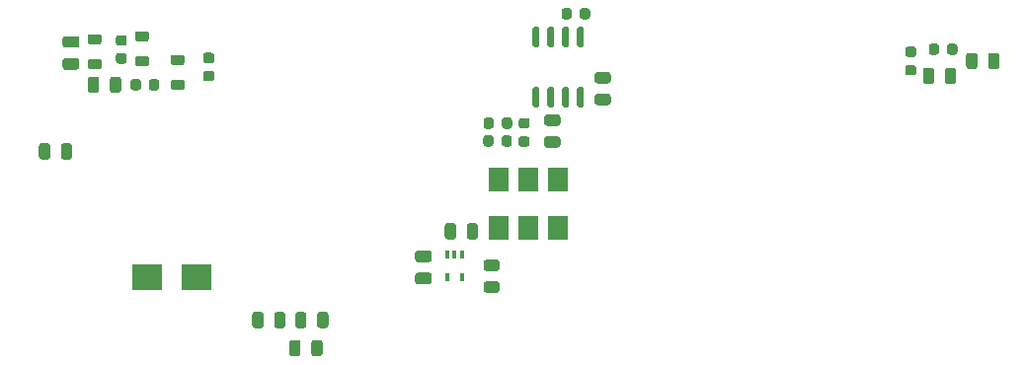
<source format=gtp>
G04 #@! TF.GenerationSoftware,KiCad,Pcbnew,5.1.6-c6e7f7d~87~ubuntu19.10.1*
G04 #@! TF.CreationDate,2021-08-02T21:19:55-04:00*
G04 #@! TF.ProjectId,upconverter,7570636f-6e76-4657-9274-65722e6b6963,rev?*
G04 #@! TF.SameCoordinates,Original*
G04 #@! TF.FileFunction,Paste,Top*
G04 #@! TF.FilePolarity,Positive*
%FSLAX46Y46*%
G04 Gerber Fmt 4.6, Leading zero omitted, Abs format (unit mm)*
G04 Created by KiCad (PCBNEW 5.1.6-c6e7f7d~87~ubuntu19.10.1) date 2021-08-02 21:19:55*
%MOMM*%
%LPD*%
G01*
G04 APERTURE LIST*
%ADD10R,2.500000X2.300000*%
%ADD11R,0.400000X0.650000*%
%ADD12R,1.800000X2.000000*%
G04 APERTURE END LIST*
G36*
G01*
X83660000Y-93464000D02*
X82710000Y-93464000D01*
G75*
G02*
X82460000Y-93214000I0J250000D01*
G01*
X82460000Y-92714000D01*
G75*
G02*
X82710000Y-92464000I250000J0D01*
G01*
X83660000Y-92464000D01*
G75*
G02*
X83910000Y-92714000I0J-250000D01*
G01*
X83910000Y-93214000D01*
G75*
G02*
X83660000Y-93464000I-250000J0D01*
G01*
G37*
G36*
G01*
X83660000Y-95364000D02*
X82710000Y-95364000D01*
G75*
G02*
X82460000Y-95114000I0J250000D01*
G01*
X82460000Y-94614000D01*
G75*
G02*
X82710000Y-94364000I250000J0D01*
G01*
X83660000Y-94364000D01*
G75*
G02*
X83910000Y-94614000I0J-250000D01*
G01*
X83910000Y-95114000D01*
G75*
G02*
X83660000Y-95364000I-250000J0D01*
G01*
G37*
G36*
G01*
X57527000Y-74872000D02*
X57027000Y-74872000D01*
G75*
G02*
X56802000Y-74647000I0J225000D01*
G01*
X56802000Y-74197000D01*
G75*
G02*
X57027000Y-73972000I225000J0D01*
G01*
X57527000Y-73972000D01*
G75*
G02*
X57752000Y-74197000I0J-225000D01*
G01*
X57752000Y-74647000D01*
G75*
G02*
X57527000Y-74872000I-225000J0D01*
G01*
G37*
G36*
G01*
X57527000Y-76422000D02*
X57027000Y-76422000D01*
G75*
G02*
X56802000Y-76197000I0J225000D01*
G01*
X56802000Y-75747000D01*
G75*
G02*
X57027000Y-75522000I225000J0D01*
G01*
X57527000Y-75522000D01*
G75*
G02*
X57752000Y-75747000I0J-225000D01*
G01*
X57752000Y-76197000D01*
G75*
G02*
X57527000Y-76422000I-225000J0D01*
G01*
G37*
G36*
G01*
X54609750Y-76016500D02*
X55372250Y-76016500D01*
G75*
G02*
X55591000Y-76235250I0J-218750D01*
G01*
X55591000Y-76672750D01*
G75*
G02*
X55372250Y-76891500I-218750J0D01*
G01*
X54609750Y-76891500D01*
G75*
G02*
X54391000Y-76672750I0J218750D01*
G01*
X54391000Y-76235250D01*
G75*
G02*
X54609750Y-76016500I218750J0D01*
G01*
G37*
G36*
G01*
X54609750Y-73891500D02*
X55372250Y-73891500D01*
G75*
G02*
X55591000Y-74110250I0J-218750D01*
G01*
X55591000Y-74547750D01*
G75*
G02*
X55372250Y-74766500I-218750J0D01*
G01*
X54609750Y-74766500D01*
G75*
G02*
X54391000Y-74547750I0J218750D01*
G01*
X54391000Y-74110250D01*
G75*
G02*
X54609750Y-73891500I218750J0D01*
G01*
G37*
G36*
G01*
X58673750Y-75762500D02*
X59436250Y-75762500D01*
G75*
G02*
X59655000Y-75981250I0J-218750D01*
G01*
X59655000Y-76418750D01*
G75*
G02*
X59436250Y-76637500I-218750J0D01*
G01*
X58673750Y-76637500D01*
G75*
G02*
X58455000Y-76418750I0J218750D01*
G01*
X58455000Y-75981250D01*
G75*
G02*
X58673750Y-75762500I218750J0D01*
G01*
G37*
G36*
G01*
X58673750Y-73637500D02*
X59436250Y-73637500D01*
G75*
G02*
X59655000Y-73856250I0J-218750D01*
G01*
X59655000Y-74293750D01*
G75*
G02*
X59436250Y-74512500I-218750J0D01*
G01*
X58673750Y-74512500D01*
G75*
G02*
X58455000Y-74293750I0J218750D01*
G01*
X58455000Y-73856250D01*
G75*
G02*
X58673750Y-73637500I218750J0D01*
G01*
G37*
G36*
G01*
X61721750Y-77794500D02*
X62484250Y-77794500D01*
G75*
G02*
X62703000Y-78013250I0J-218750D01*
G01*
X62703000Y-78450750D01*
G75*
G02*
X62484250Y-78669500I-218750J0D01*
G01*
X61721750Y-78669500D01*
G75*
G02*
X61503000Y-78450750I0J218750D01*
G01*
X61503000Y-78013250D01*
G75*
G02*
X61721750Y-77794500I218750J0D01*
G01*
G37*
G36*
G01*
X61721750Y-75669500D02*
X62484250Y-75669500D01*
G75*
G02*
X62703000Y-75888250I0J-218750D01*
G01*
X62703000Y-76325750D01*
G75*
G02*
X62484250Y-76544500I-218750J0D01*
G01*
X61721750Y-76544500D01*
G75*
G02*
X61503000Y-76325750I0J218750D01*
G01*
X61503000Y-75888250D01*
G75*
G02*
X61721750Y-75669500I218750J0D01*
G01*
G37*
G36*
G01*
X52484000Y-75954000D02*
X53434000Y-75954000D01*
G75*
G02*
X53684000Y-76204000I0J-250000D01*
G01*
X53684000Y-76704000D01*
G75*
G02*
X53434000Y-76954000I-250000J0D01*
G01*
X52484000Y-76954000D01*
G75*
G02*
X52234000Y-76704000I0J250000D01*
G01*
X52234000Y-76204000D01*
G75*
G02*
X52484000Y-75954000I250000J0D01*
G01*
G37*
G36*
G01*
X52484000Y-74054000D02*
X53434000Y-74054000D01*
G75*
G02*
X53684000Y-74304000I0J-250000D01*
G01*
X53684000Y-74804000D01*
G75*
G02*
X53434000Y-75054000I-250000J0D01*
G01*
X52484000Y-75054000D01*
G75*
G02*
X52234000Y-74804000I0J250000D01*
G01*
X52234000Y-74304000D01*
G75*
G02*
X52484000Y-74054000I250000J0D01*
G01*
G37*
G36*
G01*
X59621000Y-78482000D02*
X59621000Y-77982000D01*
G75*
G02*
X59846000Y-77757000I225000J0D01*
G01*
X60296000Y-77757000D01*
G75*
G02*
X60521000Y-77982000I0J-225000D01*
G01*
X60521000Y-78482000D01*
G75*
G02*
X60296000Y-78707000I-225000J0D01*
G01*
X59846000Y-78707000D01*
G75*
G02*
X59621000Y-78482000I0J225000D01*
G01*
G37*
G36*
G01*
X58071000Y-78482000D02*
X58071000Y-77982000D01*
G75*
G02*
X58296000Y-77757000I225000J0D01*
G01*
X58746000Y-77757000D01*
G75*
G02*
X58971000Y-77982000I0J-225000D01*
G01*
X58971000Y-78482000D01*
G75*
G02*
X58746000Y-78707000I-225000J0D01*
G01*
X58296000Y-78707000D01*
G75*
G02*
X58071000Y-78482000I0J225000D01*
G01*
G37*
G36*
G01*
X64520000Y-77033000D02*
X65020000Y-77033000D01*
G75*
G02*
X65245000Y-77258000I0J-225000D01*
G01*
X65245000Y-77708000D01*
G75*
G02*
X65020000Y-77933000I-225000J0D01*
G01*
X64520000Y-77933000D01*
G75*
G02*
X64295000Y-77708000I0J225000D01*
G01*
X64295000Y-77258000D01*
G75*
G02*
X64520000Y-77033000I225000J0D01*
G01*
G37*
G36*
G01*
X64520000Y-75483000D02*
X65020000Y-75483000D01*
G75*
G02*
X65245000Y-75708000I0J-225000D01*
G01*
X65245000Y-76158000D01*
G75*
G02*
X65020000Y-76383000I-225000J0D01*
G01*
X64520000Y-76383000D01*
G75*
G02*
X64295000Y-76158000I0J225000D01*
G01*
X64295000Y-75708000D01*
G75*
G02*
X64520000Y-75483000I225000J0D01*
G01*
G37*
G36*
G01*
X68503500Y-98881250D02*
X68503500Y-97968750D01*
G75*
G02*
X68747250Y-97725000I243750J0D01*
G01*
X69234750Y-97725000D01*
G75*
G02*
X69478500Y-97968750I0J-243750D01*
G01*
X69478500Y-98881250D01*
G75*
G02*
X69234750Y-99125000I-243750J0D01*
G01*
X68747250Y-99125000D01*
G75*
G02*
X68503500Y-98881250I0J243750D01*
G01*
G37*
G36*
G01*
X70378500Y-98881250D02*
X70378500Y-97968750D01*
G75*
G02*
X70622250Y-97725000I243750J0D01*
G01*
X71109750Y-97725000D01*
G75*
G02*
X71353500Y-97968750I0J-243750D01*
G01*
X71353500Y-98881250D01*
G75*
G02*
X71109750Y-99125000I-243750J0D01*
G01*
X70622250Y-99125000D01*
G75*
G02*
X70378500Y-98881250I0J243750D01*
G01*
G37*
G36*
G01*
X129717500Y-76656250D02*
X129717500Y-75743750D01*
G75*
G02*
X129961250Y-75500000I243750J0D01*
G01*
X130448750Y-75500000D01*
G75*
G02*
X130692500Y-75743750I0J-243750D01*
G01*
X130692500Y-76656250D01*
G75*
G02*
X130448750Y-76900000I-243750J0D01*
G01*
X129961250Y-76900000D01*
G75*
G02*
X129717500Y-76656250I0J243750D01*
G01*
G37*
G36*
G01*
X131592500Y-76656250D02*
X131592500Y-75743750D01*
G75*
G02*
X131836250Y-75500000I243750J0D01*
G01*
X132323750Y-75500000D01*
G75*
G02*
X132567500Y-75743750I0J-243750D01*
G01*
X132567500Y-76656250D01*
G75*
G02*
X132323750Y-76900000I-243750J0D01*
G01*
X131836250Y-76900000D01*
G75*
G02*
X131592500Y-76656250I0J243750D01*
G01*
G37*
G36*
G01*
X128961500Y-74927750D02*
X128961500Y-75440250D01*
G75*
G02*
X128742750Y-75659000I-218750J0D01*
G01*
X128305250Y-75659000D01*
G75*
G02*
X128086500Y-75440250I0J218750D01*
G01*
X128086500Y-74927750D01*
G75*
G02*
X128305250Y-74709000I218750J0D01*
G01*
X128742750Y-74709000D01*
G75*
G02*
X128961500Y-74927750I0J-218750D01*
G01*
G37*
G36*
G01*
X127386500Y-74927750D02*
X127386500Y-75440250D01*
G75*
G02*
X127167750Y-75659000I-218750J0D01*
G01*
X126730250Y-75659000D01*
G75*
G02*
X126511500Y-75440250I0J218750D01*
G01*
X126511500Y-74927750D01*
G75*
G02*
X126730250Y-74709000I218750J0D01*
G01*
X127167750Y-74709000D01*
G75*
G02*
X127386500Y-74927750I0J-218750D01*
G01*
G37*
G36*
G01*
X73161500Y-97968750D02*
X73161500Y-98881250D01*
G75*
G02*
X72917750Y-99125000I-243750J0D01*
G01*
X72430250Y-99125000D01*
G75*
G02*
X72186500Y-98881250I0J243750D01*
G01*
X72186500Y-97968750D01*
G75*
G02*
X72430250Y-97725000I243750J0D01*
G01*
X72917750Y-97725000D01*
G75*
G02*
X73161500Y-97968750I0J-243750D01*
G01*
G37*
G36*
G01*
X75036500Y-97968750D02*
X75036500Y-98881250D01*
G75*
G02*
X74792750Y-99125000I-243750J0D01*
G01*
X74305250Y-99125000D01*
G75*
G02*
X74061500Y-98881250I0J243750D01*
G01*
X74061500Y-97968750D01*
G75*
G02*
X74305250Y-97725000I243750J0D01*
G01*
X74792750Y-97725000D01*
G75*
G02*
X75036500Y-97968750I0J-243750D01*
G01*
G37*
G36*
G01*
X125224250Y-75850000D02*
X124711750Y-75850000D01*
G75*
G02*
X124493000Y-75631250I0J218750D01*
G01*
X124493000Y-75193750D01*
G75*
G02*
X124711750Y-74975000I218750J0D01*
G01*
X125224250Y-74975000D01*
G75*
G02*
X125443000Y-75193750I0J-218750D01*
G01*
X125443000Y-75631250D01*
G75*
G02*
X125224250Y-75850000I-218750J0D01*
G01*
G37*
G36*
G01*
X125224250Y-77425000D02*
X124711750Y-77425000D01*
G75*
G02*
X124493000Y-77206250I0J218750D01*
G01*
X124493000Y-76768750D01*
G75*
G02*
X124711750Y-76550000I218750J0D01*
G01*
X125224250Y-76550000D01*
G75*
G02*
X125443000Y-76768750I0J-218750D01*
G01*
X125443000Y-77206250D01*
G75*
G02*
X125224250Y-77425000I-218750J0D01*
G01*
G37*
G36*
G01*
X74528500Y-100381750D02*
X74528500Y-101294250D01*
G75*
G02*
X74284750Y-101538000I-243750J0D01*
G01*
X73797250Y-101538000D01*
G75*
G02*
X73553500Y-101294250I0J243750D01*
G01*
X73553500Y-100381750D01*
G75*
G02*
X73797250Y-100138000I243750J0D01*
G01*
X74284750Y-100138000D01*
G75*
G02*
X74528500Y-100381750I0J-243750D01*
G01*
G37*
G36*
G01*
X72653500Y-100381750D02*
X72653500Y-101294250D01*
G75*
G02*
X72409750Y-101538000I-243750J0D01*
G01*
X71922250Y-101538000D01*
G75*
G02*
X71678500Y-101294250I0J243750D01*
G01*
X71678500Y-100381750D01*
G75*
G02*
X71922250Y-100138000I243750J0D01*
G01*
X72409750Y-100138000D01*
G75*
G02*
X72653500Y-100381750I0J-243750D01*
G01*
G37*
G36*
G01*
X85988500Y-90348750D02*
X85988500Y-91261250D01*
G75*
G02*
X85744750Y-91505000I-243750J0D01*
G01*
X85257250Y-91505000D01*
G75*
G02*
X85013500Y-91261250I0J243750D01*
G01*
X85013500Y-90348750D01*
G75*
G02*
X85257250Y-90105000I243750J0D01*
G01*
X85744750Y-90105000D01*
G75*
G02*
X85988500Y-90348750I0J-243750D01*
G01*
G37*
G36*
G01*
X87863500Y-90348750D02*
X87863500Y-91261250D01*
G75*
G02*
X87619750Y-91505000I-243750J0D01*
G01*
X87132250Y-91505000D01*
G75*
G02*
X86888500Y-91261250I0J243750D01*
G01*
X86888500Y-90348750D01*
G75*
G02*
X87132250Y-90105000I243750J0D01*
G01*
X87619750Y-90105000D01*
G75*
G02*
X87863500Y-90348750I0J-243750D01*
G01*
G37*
G36*
G01*
X97465500Y-71879750D02*
X97465500Y-72392250D01*
G75*
G02*
X97246750Y-72611000I-218750J0D01*
G01*
X96809250Y-72611000D01*
G75*
G02*
X96590500Y-72392250I0J218750D01*
G01*
X96590500Y-71879750D01*
G75*
G02*
X96809250Y-71661000I218750J0D01*
G01*
X97246750Y-71661000D01*
G75*
G02*
X97465500Y-71879750I0J-218750D01*
G01*
G37*
G36*
G01*
X95890500Y-71879750D02*
X95890500Y-72392250D01*
G75*
G02*
X95671750Y-72611000I-218750J0D01*
G01*
X95234250Y-72611000D01*
G75*
G02*
X95015500Y-72392250I0J218750D01*
G01*
X95015500Y-71879750D01*
G75*
G02*
X95234250Y-71661000I218750J0D01*
G01*
X95671750Y-71661000D01*
G75*
G02*
X95890500Y-71879750I0J-218750D01*
G01*
G37*
G36*
G01*
X89483250Y-96088500D02*
X88570750Y-96088500D01*
G75*
G02*
X88327000Y-95844750I0J243750D01*
G01*
X88327000Y-95357250D01*
G75*
G02*
X88570750Y-95113500I243750J0D01*
G01*
X89483250Y-95113500D01*
G75*
G02*
X89727000Y-95357250I0J-243750D01*
G01*
X89727000Y-95844750D01*
G75*
G02*
X89483250Y-96088500I-243750J0D01*
G01*
G37*
G36*
G01*
X89483250Y-94213500D02*
X88570750Y-94213500D01*
G75*
G02*
X88327000Y-93969750I0J243750D01*
G01*
X88327000Y-93482250D01*
G75*
G02*
X88570750Y-93238500I243750J0D01*
G01*
X89483250Y-93238500D01*
G75*
G02*
X89727000Y-93482250I0J-243750D01*
G01*
X89727000Y-93969750D01*
G75*
G02*
X89483250Y-94213500I-243750J0D01*
G01*
G37*
G36*
G01*
X55381500Y-77775750D02*
X55381500Y-78688250D01*
G75*
G02*
X55137750Y-78932000I-243750J0D01*
G01*
X54650250Y-78932000D01*
G75*
G02*
X54406500Y-78688250I0J243750D01*
G01*
X54406500Y-77775750D01*
G75*
G02*
X54650250Y-77532000I243750J0D01*
G01*
X55137750Y-77532000D01*
G75*
G02*
X55381500Y-77775750I0J-243750D01*
G01*
G37*
G36*
G01*
X57256500Y-77775750D02*
X57256500Y-78688250D01*
G75*
G02*
X57012750Y-78932000I-243750J0D01*
G01*
X56525250Y-78932000D01*
G75*
G02*
X56281500Y-78688250I0J243750D01*
G01*
X56281500Y-77775750D01*
G75*
G02*
X56525250Y-77532000I243750J0D01*
G01*
X57012750Y-77532000D01*
G75*
G02*
X57256500Y-77775750I0J-243750D01*
G01*
G37*
G36*
G01*
X98095750Y-77139500D02*
X99008250Y-77139500D01*
G75*
G02*
X99252000Y-77383250I0J-243750D01*
G01*
X99252000Y-77870750D01*
G75*
G02*
X99008250Y-78114500I-243750J0D01*
G01*
X98095750Y-78114500D01*
G75*
G02*
X97852000Y-77870750I0J243750D01*
G01*
X97852000Y-77383250D01*
G75*
G02*
X98095750Y-77139500I243750J0D01*
G01*
G37*
G36*
G01*
X98095750Y-79014500D02*
X99008250Y-79014500D01*
G75*
G02*
X99252000Y-79258250I0J-243750D01*
G01*
X99252000Y-79745750D01*
G75*
G02*
X99008250Y-79989500I-243750J0D01*
G01*
X98095750Y-79989500D01*
G75*
G02*
X97852000Y-79745750I0J243750D01*
G01*
X97852000Y-79258250D01*
G75*
G02*
X98095750Y-79014500I243750J0D01*
G01*
G37*
G36*
G01*
X94690250Y-81767500D02*
X93777750Y-81767500D01*
G75*
G02*
X93534000Y-81523750I0J243750D01*
G01*
X93534000Y-81036250D01*
G75*
G02*
X93777750Y-80792500I243750J0D01*
G01*
X94690250Y-80792500D01*
G75*
G02*
X94934000Y-81036250I0J-243750D01*
G01*
X94934000Y-81523750D01*
G75*
G02*
X94690250Y-81767500I-243750J0D01*
G01*
G37*
G36*
G01*
X94690250Y-83642500D02*
X93777750Y-83642500D01*
G75*
G02*
X93534000Y-83398750I0J243750D01*
G01*
X93534000Y-82911250D01*
G75*
G02*
X93777750Y-82667500I243750J0D01*
G01*
X94690250Y-82667500D01*
G75*
G02*
X94934000Y-82911250I0J-243750D01*
G01*
X94934000Y-83398750D01*
G75*
G02*
X94690250Y-83642500I-243750J0D01*
G01*
G37*
D10*
X63754000Y-94742000D03*
X59454000Y-94742000D03*
G36*
G01*
X128854500Y-77013750D02*
X128854500Y-77926250D01*
G75*
G02*
X128610750Y-78170000I-243750J0D01*
G01*
X128123250Y-78170000D01*
G75*
G02*
X127879500Y-77926250I0J243750D01*
G01*
X127879500Y-77013750D01*
G75*
G02*
X128123250Y-76770000I243750J0D01*
G01*
X128610750Y-76770000D01*
G75*
G02*
X128854500Y-77013750I0J-243750D01*
G01*
G37*
G36*
G01*
X126979500Y-77013750D02*
X126979500Y-77926250D01*
G75*
G02*
X126735750Y-78170000I-243750J0D01*
G01*
X126248250Y-78170000D01*
G75*
G02*
X126004500Y-77926250I0J243750D01*
G01*
X126004500Y-77013750D01*
G75*
G02*
X126248250Y-76770000I243750J0D01*
G01*
X126735750Y-76770000D01*
G75*
G02*
X126979500Y-77013750I0J-243750D01*
G01*
G37*
G36*
G01*
X50215500Y-84403250D02*
X50215500Y-83490750D01*
G75*
G02*
X50459250Y-83247000I243750J0D01*
G01*
X50946750Y-83247000D01*
G75*
G02*
X51190500Y-83490750I0J-243750D01*
G01*
X51190500Y-84403250D01*
G75*
G02*
X50946750Y-84647000I-243750J0D01*
G01*
X50459250Y-84647000D01*
G75*
G02*
X50215500Y-84403250I0J243750D01*
G01*
G37*
G36*
G01*
X52090500Y-84403250D02*
X52090500Y-83490750D01*
G75*
G02*
X52334250Y-83247000I243750J0D01*
G01*
X52821750Y-83247000D01*
G75*
G02*
X53065500Y-83490750I0J-243750D01*
G01*
X53065500Y-84403250D01*
G75*
G02*
X52821750Y-84647000I-243750J0D01*
G01*
X52334250Y-84647000D01*
G75*
G02*
X52090500Y-84403250I0J243750D01*
G01*
G37*
G36*
G01*
X88335500Y-81790250D02*
X88335500Y-81277750D01*
G75*
G02*
X88554250Y-81059000I218750J0D01*
G01*
X88991750Y-81059000D01*
G75*
G02*
X89210500Y-81277750I0J-218750D01*
G01*
X89210500Y-81790250D01*
G75*
G02*
X88991750Y-82009000I-218750J0D01*
G01*
X88554250Y-82009000D01*
G75*
G02*
X88335500Y-81790250I0J218750D01*
G01*
G37*
G36*
G01*
X89910500Y-81790250D02*
X89910500Y-81277750D01*
G75*
G02*
X90129250Y-81059000I218750J0D01*
G01*
X90566750Y-81059000D01*
G75*
G02*
X90785500Y-81277750I0J-218750D01*
G01*
X90785500Y-81790250D01*
G75*
G02*
X90566750Y-82009000I-218750J0D01*
G01*
X90129250Y-82009000D01*
G75*
G02*
X89910500Y-81790250I0J218750D01*
G01*
G37*
G36*
G01*
X89185000Y-82801750D02*
X89185000Y-83314250D01*
G75*
G02*
X88966250Y-83533000I-218750J0D01*
G01*
X88528750Y-83533000D01*
G75*
G02*
X88310000Y-83314250I0J218750D01*
G01*
X88310000Y-82801750D01*
G75*
G02*
X88528750Y-82583000I218750J0D01*
G01*
X88966250Y-82583000D01*
G75*
G02*
X89185000Y-82801750I0J-218750D01*
G01*
G37*
G36*
G01*
X90760000Y-82801750D02*
X90760000Y-83314250D01*
G75*
G02*
X90541250Y-83533000I-218750J0D01*
G01*
X90103750Y-83533000D01*
G75*
G02*
X89885000Y-83314250I0J218750D01*
G01*
X89885000Y-82801750D01*
G75*
G02*
X90103750Y-82583000I218750J0D01*
G01*
X90541250Y-82583000D01*
G75*
G02*
X90760000Y-82801750I0J-218750D01*
G01*
G37*
G36*
G01*
X92077250Y-83546500D02*
X91564750Y-83546500D01*
G75*
G02*
X91346000Y-83327750I0J218750D01*
G01*
X91346000Y-82890250D01*
G75*
G02*
X91564750Y-82671500I218750J0D01*
G01*
X92077250Y-82671500D01*
G75*
G02*
X92296000Y-82890250I0J-218750D01*
G01*
X92296000Y-83327750D01*
G75*
G02*
X92077250Y-83546500I-218750J0D01*
G01*
G37*
G36*
G01*
X92077250Y-81971500D02*
X91564750Y-81971500D01*
G75*
G02*
X91346000Y-81752750I0J218750D01*
G01*
X91346000Y-81315250D01*
G75*
G02*
X91564750Y-81096500I218750J0D01*
G01*
X92077250Y-81096500D01*
G75*
G02*
X92296000Y-81315250I0J-218750D01*
G01*
X92296000Y-81752750D01*
G75*
G02*
X92077250Y-81971500I-218750J0D01*
G01*
G37*
D11*
X86487000Y-92837000D03*
X85187000Y-92837000D03*
X85837000Y-92837000D03*
X85187000Y-94737000D03*
X86487000Y-94737000D03*
G36*
G01*
X96497000Y-73258000D02*
X96797000Y-73258000D01*
G75*
G02*
X96947000Y-73408000I0J-150000D01*
G01*
X96947000Y-74858000D01*
G75*
G02*
X96797000Y-75008000I-150000J0D01*
G01*
X96497000Y-75008000D01*
G75*
G02*
X96347000Y-74858000I0J150000D01*
G01*
X96347000Y-73408000D01*
G75*
G02*
X96497000Y-73258000I150000J0D01*
G01*
G37*
G36*
G01*
X95227000Y-73258000D02*
X95527000Y-73258000D01*
G75*
G02*
X95677000Y-73408000I0J-150000D01*
G01*
X95677000Y-74858000D01*
G75*
G02*
X95527000Y-75008000I-150000J0D01*
G01*
X95227000Y-75008000D01*
G75*
G02*
X95077000Y-74858000I0J150000D01*
G01*
X95077000Y-73408000D01*
G75*
G02*
X95227000Y-73258000I150000J0D01*
G01*
G37*
G36*
G01*
X93957000Y-73258000D02*
X94257000Y-73258000D01*
G75*
G02*
X94407000Y-73408000I0J-150000D01*
G01*
X94407000Y-74858000D01*
G75*
G02*
X94257000Y-75008000I-150000J0D01*
G01*
X93957000Y-75008000D01*
G75*
G02*
X93807000Y-74858000I0J150000D01*
G01*
X93807000Y-73408000D01*
G75*
G02*
X93957000Y-73258000I150000J0D01*
G01*
G37*
G36*
G01*
X92687000Y-73258000D02*
X92987000Y-73258000D01*
G75*
G02*
X93137000Y-73408000I0J-150000D01*
G01*
X93137000Y-74858000D01*
G75*
G02*
X92987000Y-75008000I-150000J0D01*
G01*
X92687000Y-75008000D01*
G75*
G02*
X92537000Y-74858000I0J150000D01*
G01*
X92537000Y-73408000D01*
G75*
G02*
X92687000Y-73258000I150000J0D01*
G01*
G37*
G36*
G01*
X92687000Y-78408000D02*
X92987000Y-78408000D01*
G75*
G02*
X93137000Y-78558000I0J-150000D01*
G01*
X93137000Y-80008000D01*
G75*
G02*
X92987000Y-80158000I-150000J0D01*
G01*
X92687000Y-80158000D01*
G75*
G02*
X92537000Y-80008000I0J150000D01*
G01*
X92537000Y-78558000D01*
G75*
G02*
X92687000Y-78408000I150000J0D01*
G01*
G37*
G36*
G01*
X93957000Y-78408000D02*
X94257000Y-78408000D01*
G75*
G02*
X94407000Y-78558000I0J-150000D01*
G01*
X94407000Y-80008000D01*
G75*
G02*
X94257000Y-80158000I-150000J0D01*
G01*
X93957000Y-80158000D01*
G75*
G02*
X93807000Y-80008000I0J150000D01*
G01*
X93807000Y-78558000D01*
G75*
G02*
X93957000Y-78408000I150000J0D01*
G01*
G37*
G36*
G01*
X95227000Y-78408000D02*
X95527000Y-78408000D01*
G75*
G02*
X95677000Y-78558000I0J-150000D01*
G01*
X95677000Y-80008000D01*
G75*
G02*
X95527000Y-80158000I-150000J0D01*
G01*
X95227000Y-80158000D01*
G75*
G02*
X95077000Y-80008000I0J150000D01*
G01*
X95077000Y-78558000D01*
G75*
G02*
X95227000Y-78408000I150000J0D01*
G01*
G37*
G36*
G01*
X96497000Y-78408000D02*
X96797000Y-78408000D01*
G75*
G02*
X96947000Y-78558000I0J-150000D01*
G01*
X96947000Y-80008000D01*
G75*
G02*
X96797000Y-80158000I-150000J0D01*
G01*
X96497000Y-80158000D01*
G75*
G02*
X96347000Y-80008000I0J150000D01*
G01*
X96347000Y-78558000D01*
G75*
G02*
X96497000Y-78408000I150000J0D01*
G01*
G37*
D12*
X92202000Y-90551000D03*
X92202000Y-86351000D03*
X94742000Y-90551000D03*
X89662000Y-90551000D03*
X89662000Y-86351000D03*
X94742000Y-86351000D03*
M02*

</source>
